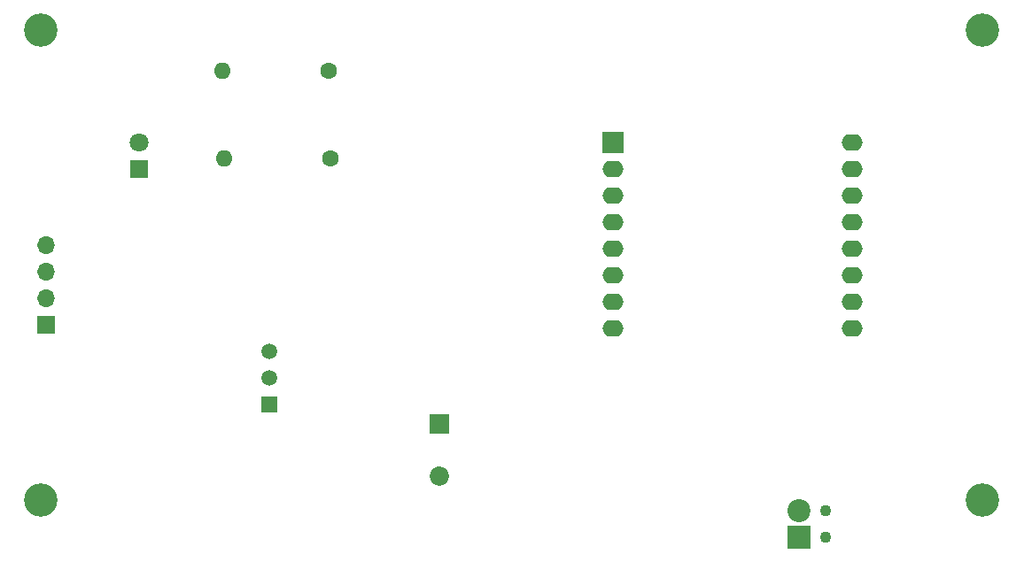
<source format=gbr>
%TF.GenerationSoftware,KiCad,Pcbnew,(5.1.10-1-10_14)*%
%TF.CreationDate,2021-11-11T04:53:16+01:00*%
%TF.ProjectId,Distance_Measurement,44697374-616e-4636-955f-4d6561737572,01*%
%TF.SameCoordinates,Original*%
%TF.FileFunction,Soldermask,Bot*%
%TF.FilePolarity,Negative*%
%FSLAX46Y46*%
G04 Gerber Fmt 4.6, Leading zero omitted, Abs format (unit mm)*
G04 Created by KiCad (PCBNEW (5.1.10-1-10_14)) date 2021-11-11 04:53:16*
%MOMM*%
%LPD*%
G01*
G04 APERTURE LIST*
%ADD10O,2.000000X1.600000*%
%ADD11R,2.000000X2.000000*%
%ADD12O,1.600000X1.600000*%
%ADD13C,1.600000*%
%ADD14C,1.850000*%
%ADD15R,1.850000X1.850000*%
%ADD16R,1.500000X1.500000*%
%ADD17C,1.500000*%
%ADD18C,1.800000*%
%ADD19R,1.800000X1.800000*%
%ADD20O,1.700000X1.700000*%
%ADD21R,1.700000X1.700000*%
%ADD22C,1.100000*%
%ADD23C,2.200000*%
%ADD24R,2.200000X2.200000*%
%ADD25C,3.200000*%
G04 APERTURE END LIST*
D10*
%TO.C,U1*%
X181991000Y-86614000D03*
X181991000Y-89154000D03*
X181991000Y-91694000D03*
X181991000Y-94234000D03*
X181991000Y-96774000D03*
X181991000Y-99314000D03*
X181991000Y-101854000D03*
X181991000Y-104394000D03*
X159131000Y-104394000D03*
X159131000Y-101854000D03*
X159131000Y-99314000D03*
X159131000Y-96774000D03*
X159131000Y-94234000D03*
X159131000Y-91694000D03*
D11*
X159131000Y-86614000D03*
D10*
X159131000Y-89154000D03*
%TD*%
D12*
%TO.C,R2*%
X121920000Y-88138000D03*
D13*
X132080000Y-88138000D03*
%TD*%
D14*
%TO.C,LS1*%
X142494000Y-118538000D03*
D15*
X142494000Y-113538000D03*
%TD*%
D16*
%TO.C,Q1*%
X126238000Y-111633000D03*
D17*
X126238000Y-106553000D03*
X126238000Y-109093000D03*
%TD*%
D18*
%TO.C,D1*%
X113792000Y-86614000D03*
D19*
X113792000Y-89154000D03*
%TD*%
D20*
%TO.C,J1*%
X104902000Y-96393000D03*
X104902000Y-98933000D03*
X104902000Y-101473000D03*
D21*
X104902000Y-104013000D03*
%TD*%
D22*
%TO.C,J2*%
X179451000Y-121793000D03*
D23*
X176911000Y-121793000D03*
D22*
X179451000Y-124333000D03*
D24*
X176911000Y-124333000D03*
%TD*%
D12*
%TO.C,R1*%
X121793000Y-79756000D03*
D13*
X131953000Y-79756000D03*
%TD*%
D25*
%TO.C,REF\u002A\u002A*%
X194440000Y-75794000D03*
%TD*%
%TO.C,REF\u002A\u002A*%
X104440000Y-75794000D03*
%TD*%
%TO.C,REF\u002A\u002A*%
X194440000Y-120794000D03*
%TD*%
%TO.C,REF\u002A\u002A*%
X104440000Y-120794000D03*
%TD*%
M02*

</source>
